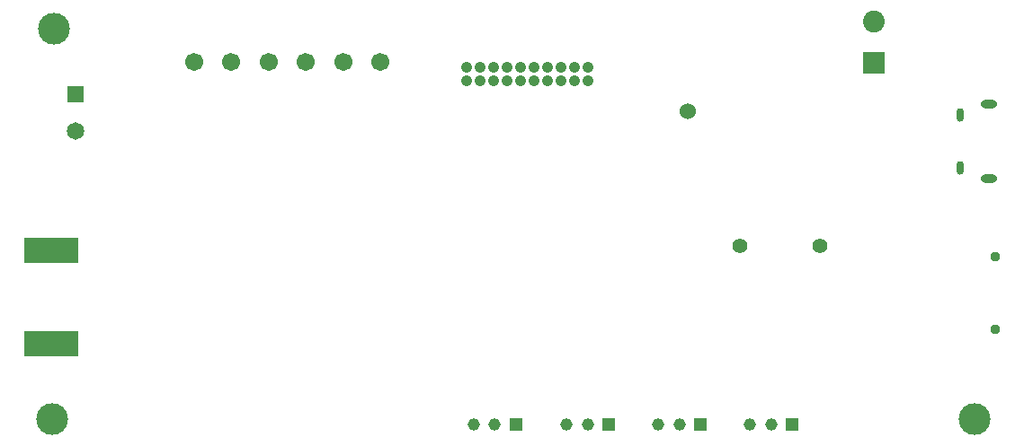
<source format=gbr>
%TF.GenerationSoftware,KiCad,Pcbnew,(6.0.9)*%
%TF.CreationDate,2022-12-16T16:08:48-07:00*%
%TF.ProjectId,Flight-Computer,466c6967-6874-42d4-936f-6d7075746572,1.0*%
%TF.SameCoordinates,Original*%
%TF.FileFunction,Soldermask,Bot*%
%TF.FilePolarity,Negative*%
%FSLAX46Y46*%
G04 Gerber Fmt 4.6, Leading zero omitted, Abs format (unit mm)*
G04 Created by KiCad (PCBNEW (6.0.9)) date 2022-12-16 16:08:48*
%MOMM*%
%LPD*%
G01*
G04 APERTURE LIST*
%ADD10R,2.050000X2.050000*%
%ADD11C,2.050000*%
%ADD12C,1.701800*%
%ADD13R,5.080000X2.413000*%
%ADD14C,1.066800*%
%ADD15R,1.150000X1.150000*%
%ADD16C,1.150000*%
%ADD17C,1.408000*%
%ADD18C,3.000000*%
%ADD19O,0.650000X1.300000*%
%ADD20O,1.550000X0.775000*%
%ADD21C,0.950000*%
%ADD22C,1.650000*%
%ADD23R,1.650000X1.650000*%
%ADD24C,1.524000*%
G04 APERTURE END LIST*
D10*
%TO.C,P1*%
X173790500Y-64557500D03*
D11*
X173790500Y-60597500D03*
%TD*%
D12*
%TO.C,P9*%
X127267252Y-64425101D03*
X123767249Y-64425101D03*
X120267248Y-64425101D03*
X116767247Y-64425101D03*
X113267247Y-64425101D03*
X109767246Y-64425101D03*
%TD*%
D13*
%TO.C,AE2*%
X96304100Y-82232500D03*
X96304100Y-91008200D03*
%TD*%
D14*
%TO.C,P3*%
X135382000Y-66178050D03*
X135382000Y-64908050D03*
X136652000Y-66178050D03*
X136652000Y-64908050D03*
X137922000Y-66178050D03*
X137922000Y-64908050D03*
X139192000Y-66178050D03*
X139192000Y-64908050D03*
X140462000Y-66178050D03*
X140462000Y-64908050D03*
X141732000Y-66178050D03*
X141732000Y-64908050D03*
X143002000Y-66178050D03*
X143002000Y-64908050D03*
X144272000Y-66178050D03*
X144272000Y-64908050D03*
X145542000Y-66178050D03*
X145542000Y-64908050D03*
X146812000Y-66178050D03*
X146812000Y-64908050D03*
%TD*%
D15*
%TO.C,P7*%
X140081000Y-98679000D03*
D16*
X138074000Y-98679000D03*
X136068000Y-98679000D03*
%TD*%
D17*
%TO.C,BZ1*%
X161122200Y-81788000D03*
X168722200Y-81788000D03*
%TD*%
D18*
%TO.C,H3*%
X183261000Y-98171000D03*
%TD*%
%TO.C,H2*%
X96393000Y-98171000D03*
%TD*%
D19*
%TO.C,P8*%
X181932600Y-74414000D03*
X181932600Y-69414000D03*
D20*
X184632600Y-68414000D03*
X184632600Y-75414000D03*
%TD*%
D21*
%TO.C,P10*%
X185166000Y-82833000D03*
X185166000Y-89633000D03*
%TD*%
D15*
%TO.C,P5*%
X157454500Y-98654800D03*
D16*
X155447500Y-98654800D03*
X153441500Y-98654800D03*
%TD*%
D15*
%TO.C,P4*%
X166090500Y-98679000D03*
D16*
X164083500Y-98679000D03*
X162077500Y-98679000D03*
%TD*%
D22*
%TO.C,P2*%
X98552000Y-70965000D03*
D23*
X98552000Y-67465000D03*
%TD*%
D18*
%TO.C,H1*%
X96520000Y-61341000D03*
%TD*%
D15*
%TO.C,P6*%
X148818500Y-98654800D03*
D16*
X146811500Y-98654800D03*
X144805500Y-98654800D03*
%TD*%
D24*
%TO.C,TP1*%
X156210000Y-69088000D03*
%TD*%
M02*

</source>
